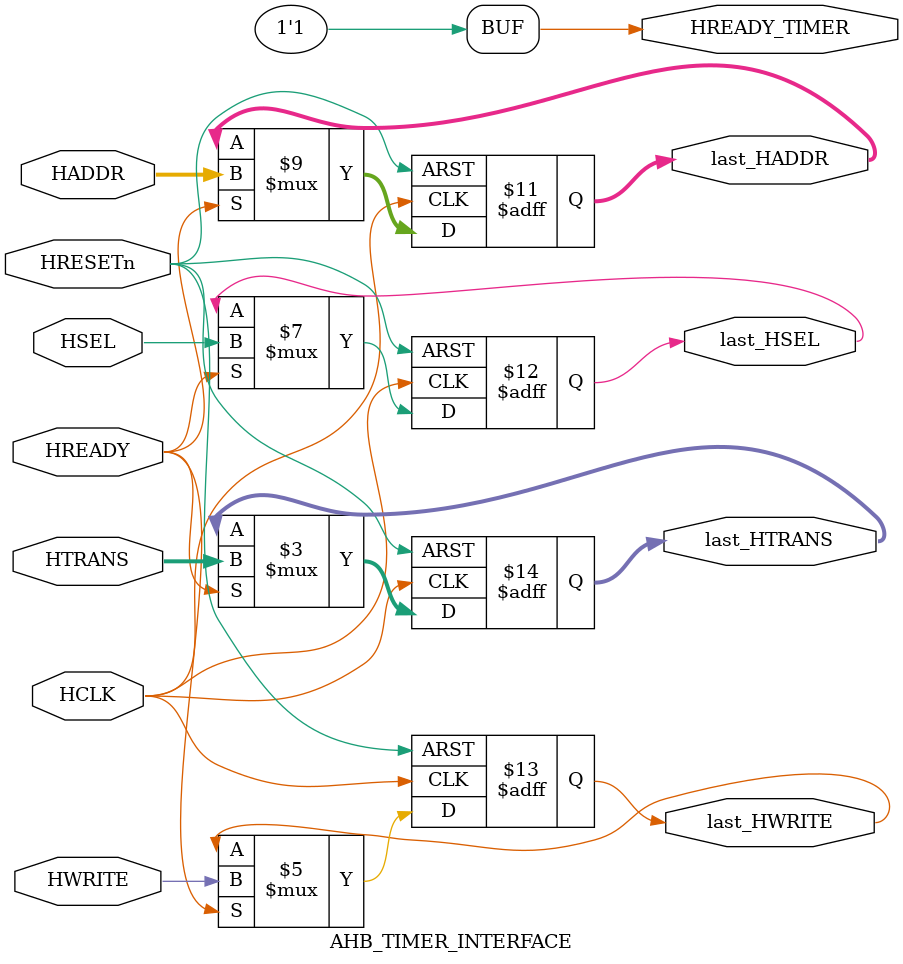
<source format=v>

module AHB_TIMER_INTERFACE (
  input wire HCLK,
  input wire HRESETn,
  input wire [31:0] HADDR,
  input wire HSEL,
  input wire HWRITE,
  input wire [1:0] HTRANS,
  input wire HREADY,
  output reg [31:0] last_HADDR,
  output reg last_HSEL,
  output reg last_HWRITE,
  output reg [1:0] last_HTRANS,
  output wire HREADY_TIMER
	
	 
);

  assign HREADY_TIMER = 1'b1;		//Always ready
  
//1clk latched
  always @(posedge HCLK or negedge HRESETn)
  begin
    if(!HRESETn) 
	  begin
        last_HADDR <= 32'h0000_0000;
        last_HSEL <= 1'b0;
        last_HWRITE <= 1'b0;
        last_HTRANS <= 2'b00;
      end
    else if(HREADY) 
	  begin
        last_HSEL <= HSEL;
        last_HADDR <= HADDR;
        last_HWRITE <= HWRITE;
        last_HTRANS <= HTRANS;
      end
  end
  
  
  
endmodule
 
</source>
